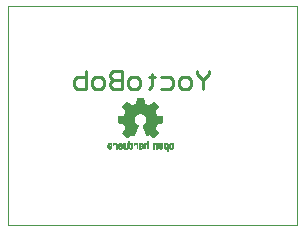
<source format=gbo>
G04 Layer_Color=32896*
%FSAX44Y44*%
%MOMM*%
G71*
G01*
G75*
%ADD17C,0.2540*%
%ADD20C,0.1016*%
%ADD36C,0.0254*%
D17*
X00190000Y00130235D02*
Y00127696D01*
X00184922Y00122618D01*
X00179843Y00127696D01*
Y00130235D01*
X00184922Y00122618D02*
Y00115000D01*
X00172226D02*
X00167147D01*
X00164608Y00117539D01*
Y00122618D01*
X00167147Y00125157D01*
X00172226D01*
X00174765Y00122618D01*
Y00117539D01*
X00172226Y00115000D01*
X00149373Y00125157D02*
X00156991D01*
X00159530Y00122618D01*
Y00117539D01*
X00156991Y00115000D01*
X00149373D01*
X00141756Y00127696D02*
Y00125157D01*
X00144295D01*
X00139216D01*
X00141756D01*
Y00117539D01*
X00139216Y00115000D01*
X00129060D02*
X00123981D01*
X00121442Y00117539D01*
Y00122618D01*
X00123981Y00125157D01*
X00129060D01*
X00131599Y00122618D01*
Y00117539D01*
X00129060Y00115000D01*
X00116364Y00130235D02*
Y00115000D01*
X00108746D01*
X00106207Y00117539D01*
Y00120078D01*
X00108746Y00122618D01*
X00116364D01*
X00108746D01*
X00106207Y00125157D01*
Y00127696D01*
X00108746Y00130235D01*
X00116364D01*
X00098590Y00115000D02*
X00093511D01*
X00090972Y00117539D01*
Y00122618D01*
X00093511Y00125157D01*
X00098590D01*
X00101129Y00122618D01*
Y00117539D01*
X00098590Y00115000D01*
X00085894Y00130235D02*
Y00115000D01*
X00078276D01*
X00075737Y00117539D01*
Y00120078D01*
Y00122618D01*
X00078276Y00125157D01*
X00085894D01*
D20*
X00020000Y00000000D02*
Y00185000D01*
X00265000D01*
Y00000000D02*
Y00185000D01*
X00020000Y00000000D02*
X00265000D01*
D36*
X00129476Y00107826D02*
X00134302D01*
X00129222Y00107572D02*
X00134556D01*
X00129222Y00107318D02*
X00134556D01*
X00129222Y00107064D02*
X00134556D01*
X00129222Y00106810D02*
X00134810D01*
X00129222Y00106556D02*
X00134810D01*
X00128968Y00106302D02*
X00134810D01*
X00128968Y00106048D02*
X00134810D01*
X00128968Y00105794D02*
X00134810D01*
X00128968Y00105540D02*
X00135064D01*
X00128968Y00105286D02*
X00135064D01*
X00128714Y00105032D02*
X00135064D01*
X00128714Y00104778D02*
X00135064D01*
X00128714Y00104524D02*
X00135064D01*
X00128714Y00104270D02*
X00135318D01*
X00120332Y00104016D02*
X00120840D01*
X00128714D02*
X00135318D01*
X00143192D02*
X00143700D01*
X00120078Y00103762D02*
X00121094D01*
X00128460D02*
X00135318D01*
X00142684D02*
X00143700D01*
X00119824Y00103508D02*
X00121602D01*
X00128460D02*
X00135318D01*
X00142176D02*
X00144208D01*
X00119570Y00103254D02*
X00122110D01*
X00128460D02*
X00135318D01*
X00141922D02*
X00144462D01*
X00119316Y00103000D02*
X00122364D01*
X00128460D02*
X00135572D01*
X00141668D02*
X00144716D01*
X00119062Y00102746D02*
X00122618D01*
X00128460D02*
X00135572D01*
X00141414D02*
X00144970D01*
X00118808Y00102492D02*
X00122872D01*
X00127952D02*
X00136080D01*
X00140906D02*
X00145224D01*
X00118554Y00102238D02*
X00123380D01*
X00127190D02*
X00136588D01*
X00140398D02*
X00145478D01*
X00118300Y00101984D02*
X00123634D01*
X00126682D02*
X00137350D01*
X00140144D02*
X00145478D01*
X00118046Y00101730D02*
X00124142D01*
X00125920D02*
X00138112D01*
X00139636D02*
X00145986D01*
X00117792Y00101476D02*
X00124650D01*
X00125158D02*
X00138620D01*
X00139382D02*
X00146240D01*
X00117538Y00101222D02*
X00146494D01*
X00117284Y00100968D02*
X00146748D01*
X00117030Y00100714D02*
X00147002D01*
X00117030Y00100460D02*
X00147002D01*
X00117030Y00100206D02*
X00146748D01*
X00117284Y00099952D02*
X00146748D01*
X00117538Y00099698D02*
X00146494D01*
X00117792Y00099444D02*
X00146240D01*
X00117792Y00099190D02*
X00145986D01*
X00118046Y00098936D02*
X00145986D01*
X00118300Y00098682D02*
X00145732D01*
X00118300Y00098428D02*
X00145478D01*
X00118554Y00098174D02*
X00145478D01*
X00118808Y00097920D02*
X00145224D01*
X00118808Y00097666D02*
X00144970D01*
X00119062Y00097412D02*
X00144970D01*
X00119316Y00097158D02*
X00144716D01*
X00119316Y00096904D02*
X00144462D01*
X00119570Y00096650D02*
X00144208D01*
X00119824Y00096396D02*
X00144208D01*
X00119570Y00096142D02*
X00144208D01*
X00119570Y00095888D02*
X00144208D01*
X00119316Y00095634D02*
X00144462D01*
X00119316Y00095380D02*
X00144462D01*
X00119316Y00095126D02*
X00144716D01*
X00119062Y00094872D02*
X00144716D01*
X00119062Y00094618D02*
X00144970D01*
X00118808Y00094364D02*
X00131000D01*
X00132778D02*
X00144970D01*
X00118808Y00094110D02*
X00130238D01*
X00133794D02*
X00145224D01*
X00118808Y00093856D02*
X00129476D01*
X00134302D02*
X00145224D01*
X00118554Y00093602D02*
X00129222D01*
X00134810D02*
X00145224D01*
X00118554Y00093348D02*
X00128714D01*
X00135064D02*
X00145478D01*
X00118554Y00093094D02*
X00128460D01*
X00135318D02*
X00145478D01*
X00118300Y00092840D02*
X00128206D01*
X00135572D02*
X00145478D01*
X00117284Y00092586D02*
X00127952D01*
X00136080D02*
X00146494D01*
X00116268Y00092332D02*
X00127698D01*
X00136080D02*
X00147764D01*
X00114998Y00092078D02*
X00127698D01*
X00136334D02*
X00149034D01*
X00113474Y00091824D02*
X00127444D01*
X00136588D02*
X00150304D01*
X00113220Y00091570D02*
X00127190D01*
X00136588D02*
X00150812D01*
X00113220Y00091316D02*
X00127190D01*
X00136588D02*
X00150812D01*
X00113220Y00091062D02*
X00126936D01*
X00136842D02*
X00150812D01*
X00113220Y00090808D02*
X00126936D01*
X00136842D02*
X00150812D01*
X00113220Y00090554D02*
X00126936D01*
X00137096D02*
X00150812D01*
X00113220Y00090300D02*
X00126936D01*
X00137096D02*
X00150812D01*
X00113220Y00090046D02*
X00126682D01*
X00137096D02*
X00150812D01*
X00113220Y00089792D02*
X00126682D01*
X00137096D02*
X00150812D01*
X00113220Y00089538D02*
X00126682D01*
X00137096D02*
X00150812D01*
X00113220Y00089284D02*
X00126682D01*
X00137096D02*
X00150812D01*
X00113220Y00089030D02*
X00126682D01*
X00137096D02*
X00150812D01*
X00113220Y00088776D02*
X00126682D01*
X00137096D02*
X00150812D01*
X00113220Y00088522D02*
X00126682D01*
X00137096D02*
X00150812D01*
X00113220Y00088268D02*
X00126682D01*
X00137096D02*
X00150812D01*
X00113220Y00088014D02*
X00126936D01*
X00137096D02*
X00150812D01*
X00113220Y00087760D02*
X00126936D01*
X00137096D02*
X00150812D01*
X00113220Y00087506D02*
X00126936D01*
X00136842D02*
X00150812D01*
X00113220Y00087252D02*
X00126936D01*
X00136842D02*
X00150812D01*
X00113220Y00086998D02*
X00127190D01*
X00136588D02*
X00150812D01*
X00113220Y00086744D02*
X00127190D01*
X00136588D02*
X00150812D01*
X00113982Y00086490D02*
X00127444D01*
X00136334D02*
X00150050D01*
X00115252Y00086236D02*
X00127698D01*
X00136334D02*
X00148526D01*
X00116522Y00085982D02*
X00127952D01*
X00136080D02*
X00147256D01*
X00117792Y00085728D02*
X00127952D01*
X00136080D02*
X00145986D01*
X00118300Y00085474D02*
X00128206D01*
X00135826D02*
X00145732D01*
X00118300Y00085220D02*
X00128460D01*
X00135318D02*
X00145478D01*
X00118554Y00084966D02*
X00128968D01*
X00135064D02*
X00145478D01*
X00118554Y00084712D02*
X00129222D01*
X00134556D02*
X00145478D01*
X00118554Y00084458D02*
X00129476D01*
X00134302D02*
X00145478D01*
X00118808Y00084204D02*
X00129984D01*
X00134048D02*
X00145224D01*
X00118808Y00083950D02*
X00129984D01*
X00134048D02*
X00145224D01*
X00118808Y00083696D02*
X00129730D01*
X00134048D02*
X00144970D01*
X00119062Y00083442D02*
X00129730D01*
X00134302D02*
X00144970D01*
X00119062Y00083188D02*
X00129476D01*
X00134302D02*
X00144716D01*
X00119316Y00082934D02*
X00129476D01*
X00134556D02*
X00144716D01*
X00119316Y00082680D02*
X00129222D01*
X00134556D02*
X00144716D01*
X00119316Y00082426D02*
X00129222D01*
X00134556D02*
X00144462D01*
X00119570Y00082172D02*
X00129222D01*
X00134810D02*
X00144462D01*
X00119570Y00081918D02*
X00128968D01*
X00134810D02*
X00144208D01*
X00119570Y00081664D02*
X00128968D01*
X00135064D02*
X00144462D01*
X00119316Y00081410D02*
X00128714D01*
X00135064D02*
X00144462D01*
X00119062Y00081156D02*
X00128714D01*
X00135318D02*
X00144716D01*
X00119062Y00080902D02*
X00128460D01*
X00135318D02*
X00144970D01*
X00118808Y00080648D02*
X00128460D01*
X00135572D02*
X00144970D01*
X00118808Y00080394D02*
X00128460D01*
X00135572D02*
X00145224D01*
X00118554Y00080140D02*
X00128460D01*
X00135572D02*
X00145478D01*
X00118300Y00079886D02*
X00128206D01*
X00135826D02*
X00145478D01*
X00118046Y00079632D02*
X00127952D01*
X00135826D02*
X00145732D01*
X00118046Y00079378D02*
X00127952D01*
X00136080D02*
X00145986D01*
X00117792Y00079124D02*
X00127952D01*
X00136080D02*
X00145986D01*
X00117538Y00078870D02*
X00127698D01*
X00136080D02*
X00146240D01*
X00117538Y00078616D02*
X00127698D01*
X00136334D02*
X00146494D01*
X00117284Y00078362D02*
X00127444D01*
X00136334D02*
X00146748D01*
X00117030Y00078108D02*
X00127444D01*
X00136334D02*
X00146748D01*
X00117030Y00077854D02*
X00127190D01*
X00136588D02*
X00147002D01*
X00117030Y00077600D02*
X00127190D01*
X00136588D02*
X00146748D01*
X00117284Y00077346D02*
X00127190D01*
X00136842D02*
X00146494D01*
X00117538Y00077092D02*
X00126936D01*
X00136842D02*
X00146240D01*
X00117792Y00076838D02*
X00126936D01*
X00137096D02*
X00145986D01*
X00118046Y00076584D02*
X00124142D01*
X00124904D02*
X00126682D01*
X00137096D02*
X00138874D01*
X00139890D02*
X00145732D01*
X00118300Y00076330D02*
X00123888D01*
X00125412D02*
X00126682D01*
X00137096D02*
X00138366D01*
X00140144D02*
X00145478D01*
X00118554Y00076076D02*
X00123126D01*
X00126174D02*
X00126428D01*
X00137350D02*
X00137858D01*
X00140652D02*
X00145224D01*
X00118808Y00075822D02*
X00122872D01*
X00141160D02*
X00144970D01*
X00119062Y00075568D02*
X00122618D01*
X00141414D02*
X00144716D01*
X00119316Y00075314D02*
X00122364D01*
X00141668D02*
X00144462D01*
X00119570Y00075060D02*
X00121856D01*
X00141922D02*
X00144208D01*
X00119824Y00074806D02*
X00121348D01*
X00142430D02*
X00143954D01*
X00120078Y00074552D02*
X00121094D01*
X00142684D02*
X00143700D01*
X00143192Y00074298D02*
X00143446D01*
X00122110Y00070996D02*
X00122364D01*
X00137858D02*
X00138112D01*
X00122110Y00070742D02*
X00122618D01*
X00137858D02*
X00138366D01*
X00122110Y00070488D02*
X00122618D01*
X00137858D02*
X00138366D01*
X00122110Y00070234D02*
X00122618D01*
X00137858D02*
X00138366D01*
X00122110Y00069980D02*
X00122618D01*
X00137858D02*
X00138366D01*
X00122110Y00069726D02*
X00122618D01*
X00137858D02*
X00138366D01*
X00144208D02*
X00144716D01*
X00148780D02*
X00149288D01*
X00153352D02*
X00153860D01*
X00157924D02*
X00158686D01*
X00122110Y00069472D02*
X00122618D01*
X00137858D02*
X00138366D01*
X00143446D02*
X00145478D01*
X00148018D02*
X00150050D01*
X00152844D02*
X00154622D01*
X00157416D02*
X00159194D01*
X00105346Y00069218D02*
X00106870D01*
X00109664D02*
X00111188D01*
X00113982D02*
X00115506D01*
X00117284D02*
X00117538D01*
X00118808D02*
X00119316D01*
X00120586D02*
X00121094D01*
X00122110D02*
X00122618D01*
X00122872D02*
X00124396D01*
X00127190D02*
X00128968D01*
X00131762D02*
X00133286D01*
X00136080D02*
X00137604D01*
X00137858D02*
X00138366D01*
X00143192D02*
X00145478D01*
X00147764D02*
X00150304D01*
X00152590D02*
X00154876D01*
X00156908D02*
X00159448D01*
X00104838Y00068964D02*
X00107378D01*
X00109410D02*
X00111696D01*
X00113728D02*
X00116014D01*
X00117284D02*
X00118046D01*
X00118808D02*
X00119570D01*
X00120586D02*
X00121348D01*
X00122110D02*
X00124904D01*
X00126682D02*
X00129222D01*
X00131254D02*
X00133794D01*
X00135572D02*
X00138366D01*
X00142938D02*
X00145986D01*
X00147510D02*
X00150558D01*
X00152082D02*
X00155130D01*
X00156908D02*
X00159702D01*
X00104584Y00068710D02*
X00105600D01*
X00106616D02*
X00107378D01*
X00109156D02*
X00109918D01*
X00110934D02*
X00111950D01*
X00113474D02*
X00114490D01*
X00115252D02*
X00116268D01*
X00117284D02*
X00118046D01*
X00118808D02*
X00119570D01*
X00120586D02*
X00121348D01*
X00122110D02*
X00123126D01*
X00124142D02*
X00125158D01*
X00126682D02*
X00127698D01*
X00128460D02*
X00129476D01*
X00131000D02*
X00132016D01*
X00133032D02*
X00133794D01*
X00135572D02*
X00136334D01*
X00137350D02*
X00138366D01*
X00142684D02*
X00143954D01*
X00144970D02*
X00145986D01*
X00147510D02*
X00148526D01*
X00149542D02*
X00150812D01*
X00152082D02*
X00153098D01*
X00154114D02*
X00155384D01*
X00156654D02*
X00157924D01*
X00158686D02*
X00159956D01*
X00104584Y00068456D02*
X00105346D01*
X00106870D02*
X00107632D01*
X00108902D02*
X00109664D01*
X00111188D02*
X00111950D01*
X00113220D02*
X00114236D01*
X00115506D02*
X00116522D01*
X00117284D02*
X00118046D01*
X00118808D02*
X00119570D01*
X00120586D02*
X00121348D01*
X00122110D02*
X00122872D01*
X00124396D02*
X00125158D01*
X00126428D02*
X00127444D01*
X00128714D02*
X00129730D01*
X00131000D02*
X00131762D01*
X00133286D02*
X00134048D01*
X00135318D02*
X00136080D01*
X00137604D02*
X00138366D01*
X00142684D02*
X00143700D01*
X00145224D02*
X00146240D01*
X00147256D02*
X00148272D01*
X00149796D02*
X00150812D01*
X00151828D02*
X00153098D01*
X00154368D02*
X00155384D01*
X00156654D02*
X00157670D01*
X00158940D02*
X00159956D01*
X00104584Y00068202D02*
X00105092D01*
X00107124D02*
X00107632D01*
X00108902D02*
X00109664D01*
X00111442D02*
X00112204D01*
X00113220D02*
X00113982D01*
X00115760D02*
X00116522D01*
X00117284D02*
X00118046D01*
X00118808D02*
X00119570D01*
X00120586D02*
X00121348D01*
X00122110D02*
X00122618D01*
X00124650D02*
X00125158D01*
X00126428D02*
X00127190D01*
X00128968D02*
X00129730D01*
X00130746D02*
X00131508D01*
X00133286D02*
X00134048D01*
X00135318D02*
X00136080D01*
X00137858D02*
X00138366D01*
X00142684D02*
X00143700D01*
X00145224D02*
X00146240D01*
X00147256D02*
X00148272D01*
X00149796D02*
X00150812D01*
X00151828D02*
X00152844D01*
X00154622D02*
X00155384D01*
X00156654D02*
X00157416D01*
X00158940D02*
X00160210D01*
X00104330Y00067948D02*
X00105092D01*
X00107124D02*
X00107632D01*
X00108902D02*
X00109410D01*
X00111442D02*
X00112204D01*
X00113220D02*
X00113982D01*
X00115760D02*
X00116522D01*
X00117284D02*
X00118046D01*
X00118808D02*
X00119570D01*
X00120586D02*
X00121348D01*
X00122110D02*
X00122618D01*
X00124650D02*
X00125412D01*
X00126428D02*
X00127190D01*
X00128968D02*
X00129730D01*
X00130746D02*
X00131508D01*
X00133540D02*
X00134048D01*
X00135318D02*
X00136080D01*
X00137858D02*
X00138366D01*
X00142684D02*
X00143700D01*
X00145224D02*
X00146240D01*
X00147256D02*
X00148526D01*
X00149796D02*
X00150812D01*
X00151828D02*
X00152844D01*
X00154622D02*
X00155384D01*
X00156654D02*
X00157416D01*
X00159194D02*
X00160210D01*
X00104330Y00067694D02*
X00105600D01*
X00107124D02*
X00107632D01*
X00109156D02*
X00109410D01*
X00111442D02*
X00112204D01*
X00113220D02*
X00113982D01*
X00116014D02*
X00116522D01*
X00117284D02*
X00118046D01*
X00118808D02*
X00119570D01*
X00120586D02*
X00121348D01*
X00122110D02*
X00122618D01*
X00124650D02*
X00125412D01*
X00126682D02*
X00127190D01*
X00128968D02*
X00129730D01*
X00130746D02*
X00131762D01*
X00133540D02*
X00134048D01*
X00135318D02*
X00135826D01*
X00137858D02*
X00138366D01*
X00142684D02*
X00143700D01*
X00145224D02*
X00146240D01*
X00147256D02*
X00149034D01*
X00149796D02*
X00150812D01*
X00151828D02*
X00152844D01*
X00154622D02*
X00155384D01*
X00156654D02*
X00157416D01*
X00159194D02*
X00160210D01*
X00104330Y00067440D02*
X00105854D01*
X00107124D02*
X00107632D01*
X00111442D02*
X00112204D01*
X00113220D02*
X00114744D01*
X00117284D02*
X00118046D01*
X00118808D02*
X00119570D01*
X00120586D02*
X00121348D01*
X00122110D02*
X00122618D01*
X00124650D02*
X00125412D01*
X00128968D02*
X00129730D01*
X00130746D02*
X00132270D01*
X00135318D02*
X00135826D01*
X00137858D02*
X00138366D01*
X00142684D02*
X00143700D01*
X00145224D02*
X00146240D01*
X00147256D02*
X00149542D01*
X00149796D02*
X00150812D01*
X00151828D02*
X00152844D01*
X00154622D02*
X00155384D01*
X00156654D02*
X00157416D01*
X00159194D02*
X00160210D01*
X00104838Y00067186D02*
X00106616D01*
X00107124D02*
X00107632D01*
X00111442D02*
X00112204D01*
X00113220D02*
X00115252D01*
X00117284D02*
X00118046D01*
X00118808D02*
X00119570D01*
X00120586D02*
X00121348D01*
X00122110D02*
X00122618D01*
X00124650D02*
X00125412D01*
X00128968D02*
X00129730D01*
X00130746D02*
X00132778D01*
X00135318D02*
X00135826D01*
X00137858D02*
X00138366D01*
X00142684D02*
X00143700D01*
X00145224D02*
X00146240D01*
X00147764D02*
X00150812D01*
X00151828D02*
X00152844D01*
X00154622D02*
X00155384D01*
X00156654D02*
X00157416D01*
X00159194D02*
X00160210D01*
X00105600Y00066932D02*
X00107632D01*
X00111442D02*
X00112204D01*
X00113220D02*
X00113982D01*
X00114236D02*
X00116014D01*
X00117284D02*
X00118046D01*
X00118808D02*
X00119570D01*
X00120586D02*
X00121348D01*
X00122110D02*
X00122618D01*
X00124650D02*
X00125412D01*
X00128968D02*
X00129730D01*
X00130746D02*
X00131508D01*
X00132016D02*
X00133540D01*
X00135318D02*
X00135826D01*
X00137858D02*
X00138366D01*
X00142684D02*
X00143700D01*
X00145224D02*
X00146240D01*
X00147256D02*
X00147510D01*
X00148526D02*
X00150812D01*
X00151828D02*
X00152844D01*
X00154622D02*
X00155384D01*
X00156654D02*
X00157416D01*
X00159194D02*
X00160210D01*
X00106108Y00066678D02*
X00107632D01*
X00111442D02*
X00112204D01*
X00113220D02*
X00113982D01*
X00114998D02*
X00116268D01*
X00117284D02*
X00118046D01*
X00118808D02*
X00119570D01*
X00120586D02*
X00121348D01*
X00122110D02*
X00122618D01*
X00124650D02*
X00125412D01*
X00128968D02*
X00129730D01*
X00130746D02*
X00131508D01*
X00132524D02*
X00133794D01*
X00135318D02*
X00135826D01*
X00137858D02*
X00138366D01*
X00142684D02*
X00143700D01*
X00145224D02*
X00146240D01*
X00147256D02*
X00147764D01*
X00149034D02*
X00150812D01*
X00151828D02*
X00152844D01*
X00154622D02*
X00155384D01*
X00156654D02*
X00157416D01*
X00159194D02*
X00160210D01*
X00104330Y00066424D02*
X00104838D01*
X00106616D02*
X00107632D01*
X00111442D02*
X00112204D01*
X00113220D02*
X00113982D01*
X00115506D02*
X00116522D01*
X00117284D02*
X00118046D01*
X00118808D02*
X00119570D01*
X00120586D02*
X00121348D01*
X00122110D02*
X00122618D01*
X00124650D02*
X00125412D01*
X00128968D02*
X00129730D01*
X00130746D02*
X00131508D01*
X00133032D02*
X00134048D01*
X00135318D02*
X00135826D01*
X00137858D02*
X00138366D01*
X00142684D02*
X00143700D01*
X00145224D02*
X00146240D01*
X00147256D02*
X00148272D01*
X00149542D02*
X00150812D01*
X00151828D02*
X00152844D01*
X00154622D02*
X00155384D01*
X00156654D02*
X00157416D01*
X00159194D02*
X00160210D01*
X00104330Y00066170D02*
X00105092D01*
X00107124D02*
X00107632D01*
X00111442D02*
X00112204D01*
X00113220D02*
X00113982D01*
X00115760D02*
X00116522D01*
X00117284D02*
X00118046D01*
X00118808D02*
X00119570D01*
X00120586D02*
X00121348D01*
X00122110D02*
X00122618D01*
X00124650D02*
X00125412D01*
X00128968D02*
X00129730D01*
X00130746D02*
X00131508D01*
X00133286D02*
X00134048D01*
X00135318D02*
X00135826D01*
X00137858D02*
X00138366D01*
X00142684D02*
X00143700D01*
X00145224D02*
X00146240D01*
X00147256D02*
X00148272D01*
X00149796D02*
X00150812D01*
X00151828D02*
X00152844D01*
X00154622D02*
X00155384D01*
X00156654D02*
X00157416D01*
X00158940D02*
X00160210D01*
X00104584Y00065916D02*
X00105092D01*
X00107124D02*
X00107632D01*
X00111442D02*
X00112204D01*
X00113220D02*
X00113982D01*
X00115760D02*
X00116522D01*
X00117284D02*
X00118046D01*
X00118808D02*
X00119570D01*
X00120586D02*
X00121348D01*
X00122110D02*
X00122618D01*
X00124650D02*
X00125158D01*
X00128968D02*
X00129730D01*
X00130746D02*
X00131508D01*
X00133540D02*
X00134048D01*
X00135318D02*
X00135826D01*
X00137858D02*
X00138366D01*
X00142684D02*
X00143700D01*
X00145224D02*
X00146240D01*
X00147256D02*
X00148272D01*
X00149796D02*
X00150812D01*
X00151828D02*
X00153098D01*
X00154368D02*
X00155384D01*
X00156654D02*
X00157416D01*
X00158940D02*
X00159956D01*
X00104584Y00065662D02*
X00105346D01*
X00106870D02*
X00107632D01*
X00111442D02*
X00112204D01*
X00113220D02*
X00113982D01*
X00115760D02*
X00116522D01*
X00117284D02*
X00118046D01*
X00118808D02*
X00119570D01*
X00120586D02*
X00121348D01*
X00122110D02*
X00122872D01*
X00124650D02*
X00125158D01*
X00128968D02*
X00129730D01*
X00130746D02*
X00131508D01*
X00133540D02*
X00134048D01*
X00135318D02*
X00135826D01*
X00137858D02*
X00138366D01*
X00142684D02*
X00143700D01*
X00145224D02*
X00146240D01*
X00147510D02*
X00148526D01*
X00149542D02*
X00150812D01*
X00152082D02*
X00153098D01*
X00154114D02*
X00155384D01*
X00156654D02*
X00157670D01*
X00158940D02*
X00159956D01*
X00104584Y00065408D02*
X00105600D01*
X00106616D02*
X00107632D01*
X00111442D02*
X00112204D01*
X00113220D02*
X00113982D01*
X00115760D02*
X00116522D01*
X00117284D02*
X00118046D01*
X00118808D02*
X00119824D01*
X00120586D02*
X00121348D01*
X00122364D02*
X00123126D01*
X00124396D02*
X00125158D01*
X00128968D02*
X00129730D01*
X00130746D02*
X00131508D01*
X00133286D02*
X00134048D01*
X00135318D02*
X00135826D01*
X00137858D02*
X00138366D01*
X00142684D02*
X00143700D01*
X00145224D02*
X00146240D01*
X00147510D02*
X00150558D01*
X00152082D02*
X00155384D01*
X00156654D02*
X00159956D01*
X00104838Y00065154D02*
X00107378D01*
X00111442D02*
X00112204D01*
X00113220D02*
X00113982D01*
X00114490D02*
X00116268D01*
X00117538D02*
X00121094D01*
X00122618D02*
X00124904D01*
X00128968D02*
X00129730D01*
X00130746D02*
X00131508D01*
X00132016D02*
X00133794D01*
X00135318D02*
X00135826D01*
X00137858D02*
X00138366D01*
X00142684D02*
X00143700D01*
X00145224D02*
X00146240D01*
X00147764D02*
X00150304D01*
X00152336D02*
X00155384D01*
X00156908D02*
X00159448D01*
X00105092Y00064900D02*
X00107124D01*
X00111442D02*
X00112204D01*
X00113220D02*
X00113982D01*
X00114490D02*
X00116014D01*
X00117538D02*
X00120840D01*
X00122618D02*
X00124650D01*
X00128968D02*
X00129730D01*
X00130746D02*
X00131508D01*
X00132016D02*
X00133540D01*
X00135318D02*
X00135826D01*
X00137858D02*
X00138366D01*
X00142684D02*
X00143700D01*
X00145478D02*
X00146240D01*
X00148018D02*
X00150050D01*
X00152590D02*
X00155384D01*
X00157162D02*
X00159194D01*
X00105600Y00064646D02*
X00106616D01*
X00111950D02*
X00112204D01*
X00113728D02*
X00113982D01*
X00114490D02*
X00115506D01*
X00118046D02*
X00118808D01*
X00119824D02*
X00120586D01*
X00123126D02*
X00124142D01*
X00131254D02*
X00131508D01*
X00132270D02*
X00133032D01*
X00143192D02*
X00143700D01*
X00145732D02*
X00146240D01*
X00148526D02*
X00149542D01*
X00153098D02*
X00154114D01*
X00154622D02*
X00155384D01*
X00157670D02*
X00158940D01*
X00154622Y00064392D02*
X00155384D01*
X00154622Y00064138D02*
X00155384D01*
X00154622Y00063884D02*
X00155384D01*
X00154622Y00063630D02*
X00155384D01*
X00154622Y00063376D02*
X00155384D01*
X00154876Y00063122D02*
X00155384D01*
X00155130Y00062868D02*
X00155384D01*
M02*

</source>
